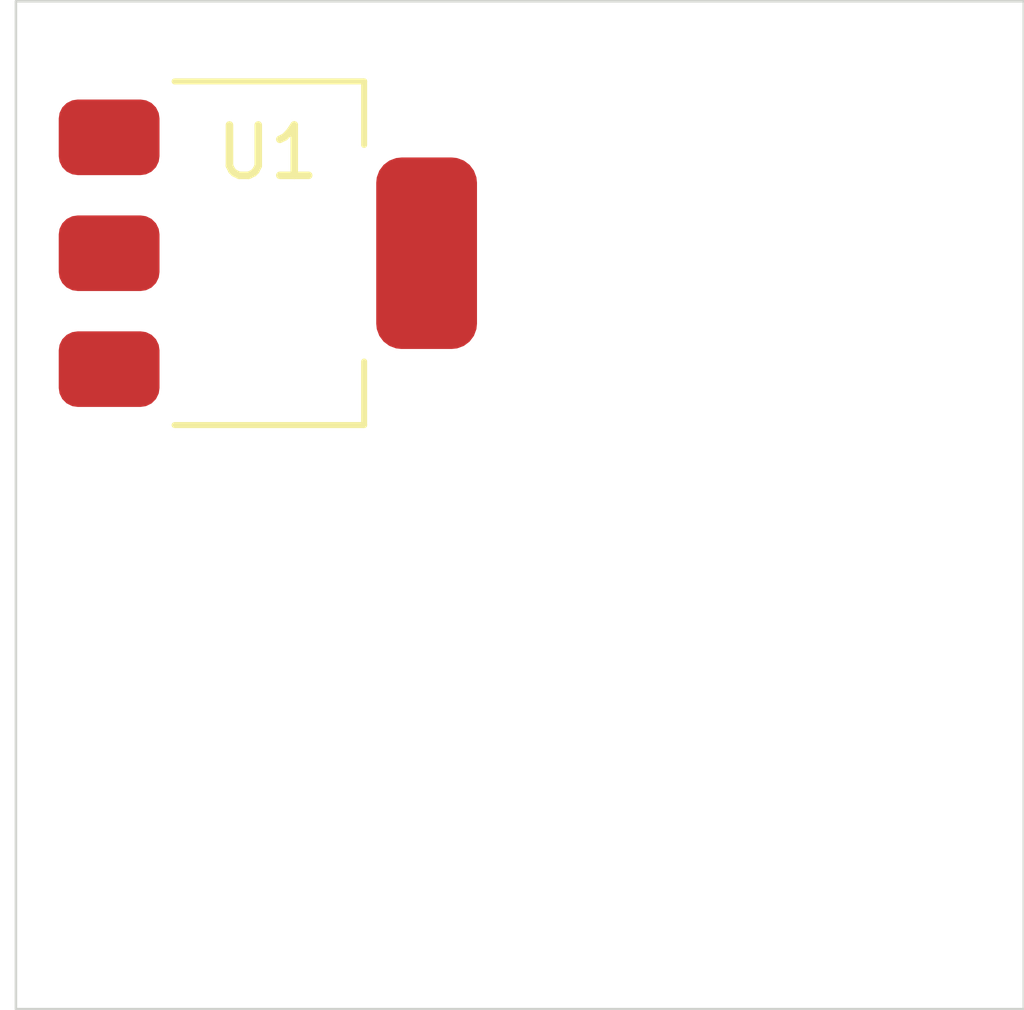
<source format=kicad_pcb>
(kicad_pcb (version 20241229) (generator "pcbnew") (generator_version "9.0")
  (layers (0 "F.Cu" signal) (2 "B.Cu" signal) (13 "F.Paste" user) (15 "B.Paste" user) (5 "F.SilkS" user "F.Silkscreen") (7 "B.SilkS" user "B.Silkscreen") (1 "F.Mask" user) (3 "B.Mask" user) (25 "Edge.Cuts" user))
  (net 0 "")
  (footprint "Package_TO_SOT_SMD:SOT-223-3_TabPin2" (layer "F.Cu") (at 5.0 5.0)
    (property "Reference" "U1" (at 0 -2 0) (layer "F.SilkS") (effects (font (size 1.0 1.0))))
    (property "Value" "AMS1117-3.3")
    (fp_line (start -1.85 -3.41) (end 1.91 -3.41) (stroke (width 0.12)) (layer "F.SilkS"))
    (fp_line (start -1.85 3.41) (end 1.91 3.41) (stroke (width 0.12)) (layer "F.SilkS"))
    (fp_line (start 1.91 -3.41) (end 1.91 -2.15) (stroke (width 0.12)) (layer "F.SilkS"))
    (fp_line (start 1.91 3.41) (end 1.91 2.15) (stroke (width 0.12)) (layer "F.SilkS"))
    (pad "1" smd roundrect (at -3.15 -2.3) (size 2.0 1.5) (layers "F.Cu" "F.Mask" "F.Paste"))
    (pad "2" smd roundrect (at -3.15 0.0) (size 2.0 1.5) (layers "F.Cu" "F.Mask" "F.Paste"))
    (pad "2" smd roundrect (at 3.15 0.0) (size 2.0 3.8) (layers "F.Cu" "F.Mask" "F.Paste"))
    (pad "3" smd roundrect (at -3.15 2.3) (size 2.0 1.5) (layers "F.Cu" "F.Mask" "F.Paste"))
  )
  (gr_rect (start 0 0) (end 20.0 20.0) (stroke (width 0.05)) (fill no) (layer "Edge.Cuts"))
)
</source>
